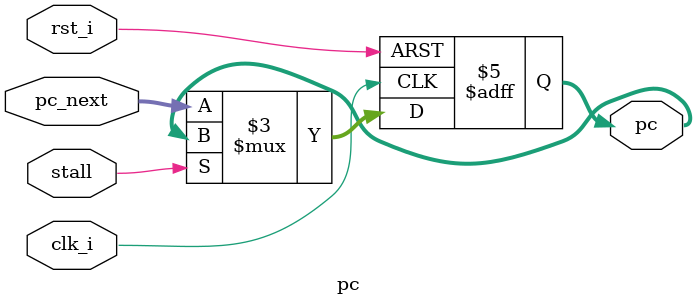
<source format=sv>

module pc #(
   parameter DW = 32
)(
   input  logic clk_i,
   input  logic rst_i,
   input  logic stall,

   input  logic [DW-1:0] pc_next,
   output logic [DW-1:0] pc
);

   always_ff @ (posedge clk_i, posedge rst_i) begin
      if (rst_i) begin
         pc <= 0;
      end else if (!stall) begin
         pc <= pc_next;
      end
   end
endmodule
</source>
